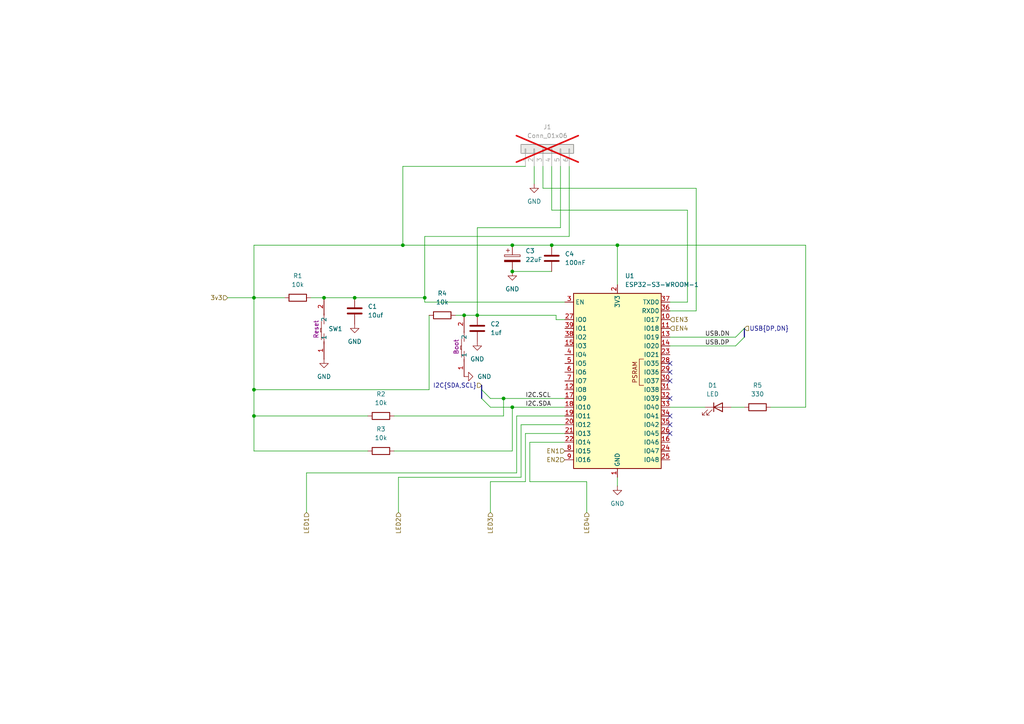
<source format=kicad_sch>
(kicad_sch (version 20250114) (generator "eeschema") (generator_version "9.0")
  (paper "A4")
  (lib_symbols
    (symbol "B3U-1000P_1"
      (property "Reference" "SW" (at -0.508 5.08 0))
      (property "Label" "Button" (at -0.254 2.286 0))
      (symbol "B3U-1000P_1_0_1"
        (polyline (pts (xy -4.57 0) (xy -1.52 0)))
        (polyline (pts (xy -3.3 0.76) (xy 2.03 0.76)))
        (polyline (pts (xy -1.02 0.76) (xy -1.02 1.02) (xy 0 1.02) (xy 0 0.76)))
        (polyline (pts (xy 1.27 0) (xy 4.32 0)))
        (pin unspecified line (at -8.89 0 0) (length 5.08) (name "1") (number "1"))
        (pin unspecified line (at 8.89 0 180) (length 5.08) (name "2") (number "2"))
      )
    )
    (symbol "Connector_Generic:Conn_01x06" (pin_names (offset 1.016) (hide yes))
      (property "Reference" "J" (at 0 7.62 0))
      (property "Value" "Conn_01x06" (at 0 -10.16 0))
      (symbol "Conn_01x06_1_1"
        (rectangle (start -1.27 6.35) (end 1.27 -8.89) (stroke (width 0.254)) (fill (type background)))
        (rectangle (start -1.27 5.207) (end 0 4.953) (stroke (width 0.1524)))
        (rectangle (start -1.27 2.667) (end 0 2.413) (stroke (width 0.1524)))
        (rectangle (start -1.27 0.127) (end 0 -0.127) (stroke (width 0.1524)))
        (rectangle (start -1.27 -2.413) (end 0 -2.667) (stroke (width 0.1524)))
        (rectangle (start -1.27 -4.953) (end 0 -5.207) (stroke (width 0.1524)))
        (rectangle (start -1.27 -7.493) (end 0 -7.747) (stroke (width 0.1524)))
        (pin passive line (at -5.08 5.08 0) (length 3.81) (name "Pin_1") (number "1"))
        (pin passive line (at -5.08 2.54 0) (length 3.81) (name "Pin_2") (number "2"))
        (pin passive line (at -5.08 0 0) (length 3.81) (name "Pin_3") (number "3"))
        (pin passive line (at -5.08 -2.54 0) (length 3.81) (name "Pin_4") (number "4"))
        (pin passive line (at -5.08 -5.08 0) (length 3.81) (name "Pin_5") (number "5"))
        (pin passive line (at -5.08 -7.62 0) (length 3.81) (name "Pin_6") (number "6"))
      )
    )
    (symbol "Device:C" (pin_numbers (hide yes)) (pin_names (offset 0.254))
      (property "Reference" "C" (at 0.635 2.54 0))
      (property "Value" "C" (at 0.635 -2.54 0))
      (symbol "C_0_1"
        (polyline (pts (xy -2.032 0.762) (xy 2.032 0.762)) (stroke (width 0.508)))
        (polyline (pts (xy -2.032 -0.762) (xy 2.032 -0.762)) (stroke (width 0.508)))
      )
      (symbol "C_1_1"
        (pin passive line (at 0 3.81 270) (length 2.794) (name "~") (number "1"))
        (pin passive line (at 0 -3.81 90) (length 2.794) (name "~") (number "2"))
      )
    )
    (symbol "Device:C_Polarized" (pin_numbers (hide yes)) (pin_names (offset 0.254))
      (property "Reference" "C" (at 0.635 2.54 0))
      (property "Value" "C_Polarized" (at 0.635 -2.54 0))
      (symbol "C_Polarized_0_1"
        (rectangle (start -2.286 0.508) (end 2.286 1.016))
        (polyline (pts (xy -1.778 2.286) (xy -0.762 2.286)))
        (polyline (pts (xy -1.27 2.794) (xy -1.27 1.778)))
        (rectangle (start 2.286 -0.508) (end -2.286 -1.016) (fill (type outline)))
      )
      (symbol "C_Polarized_1_1"
        (pin passive line (at 0 3.81 270) (length 2.794) (name "~") (number "1"))
        (pin passive line (at 0 -3.81 90) (length 2.794) (name "~") (number "2"))
      )
    )
    (symbol "Device:LED" (pin_numbers (hide yes)) (pin_names (offset 1.016) (hide yes))
      (property "Reference" "D" (at 0 2.54 0))
      (property "Value" "LED" (at 0 -2.54 0))
      (symbol "LED_0_1"
        (polyline (pts (xy -3.048 -0.762) (xy -4.572 -2.286) (xy -3.81 -2.286) (xy -4.572 -2.286) (xy -4.572 -1.524)))
        (polyline (pts (xy -1.778 -0.762) (xy -3.302 -2.286) (xy -2.54 -2.286) (xy -3.302 -2.286) (xy -3.302 -1.524)))
        (polyline (pts (xy -1.27 0) (xy 1.27 0)))
        (polyline (pts (xy -1.27 -1.27) (xy -1.27 1.27)) (stroke (width 0.254)))
        (polyline (pts (xy 1.27 -1.27) (xy 1.27 1.27) (xy -1.27 0) (xy 1.27 -1.27)) (stroke (width 0.254)))
      )
      (symbol "LED_1_1"
        (pin passive line (at -3.81 0 0) (length 2.54) (name "K") (number "1"))
        (pin passive line (at 3.81 0 180) (length 2.54) (name "A") (number "2"))
      )
    )
    (symbol "Device:R" (pin_numbers (hide yes)) (pin_names (offset 0))
      (property "Reference" "R" (at 2.032 0 90))
      (property "Value" "R" (at 0 0 90))
      (symbol "R_0_1"
        (rectangle (start -1.016 -2.54) (end 1.016 2.54) (stroke (width 0.254)))
      )
      (symbol "R_1_1"
        (pin passive line (at 0 3.81 270) (length 1.27) (name "~") (number "1"))
        (pin passive line (at 0 -3.81 90) (length 1.27) (name "~") (number "2"))
      )
    )
    (symbol "RF_Module:ESP32-S3-WROOM-1"
      (property "Reference" "U" (at -12.7 26.67 0))
      (property "Value" "ESP32-S3-WROOM-1" (at 12.7 26.67 0))
      (symbol "ESP32-S3-WROOM-1_0_0"
        (rectangle (start -12.7 25.4) (end 12.7 -25.4) (stroke (width 0.254)) (fill (type background)))
        (text "PSRAM" (at 5.08 2.54 900) (effects (font (size 1.27 1.27))))
      )
      (symbol "ESP32-S3-WROOM-1_0_1"
        (polyline (pts (xy 7.62 -1.27) (xy 6.35 -1.27) (xy 6.35 6.35) (xy 7.62 6.35)))
      )
      (symbol "ESP32-S3-WROOM-1_1_1"
        (pin input line (at -15.24 22.86 0) (length 2.54) (name "EN") (number "3"))
        (pin bidirectional line (at -15.24 17.78 0) (length 2.54) (name "IO0") (number "27"))
        (pin bidirectional line (at -15.24 15.24 0) (length 2.54) (name "IO1") (number "39"))
        (pin bidirectional line (at -15.24 12.7 0) (length 2.54) (name "IO2") (number "38"))
        (pin bidirectional line (at -15.24 10.16 0) (length 2.54) (name "IO3") (number "15"))
        (pin bidirectional line (at -15.24 7.62 0) (length 2.54) (name "IO4") (number "4"))
        (pin bidirectional line (at -15.24 5.08 0) (length 2.54) (name "IO5") (number "5"))
        (pin bidirectional line (at -15.24 2.54 0) (length 2.54) (name "IO6") (number "6"))
        (pin bidirectional line (at -15.24 0 0) (length 2.54) (name "IO7") (number "7"))
        (pin bidirectional line (at -15.24 -2.54 0) (length 2.54) (name "IO8") (number "12"))
        (pin bidirectional line (at -15.24 -5.08 0) (length 2.54) (name "IO9") (number "17"))
        (pin bidirectional line (at -15.24 -7.62 0) (length 2.54) (name "IO10") (number "18"))
        (pin bidirectional line (at -15.24 -10.16 0) (length 2.54) (name "IO11") (number "19"))
        (pin bidirectional line (at -15.24 -12.7 0) (length 2.54) (name "IO12") (number "20"))
        (pin bidirectional line (at -15.24 -15.24 0) (length 2.54) (name "IO13") (number "21"))
        (pin bidirectional line (at -15.24 -17.78 0) (length 2.54) (name "IO14") (number "22"))
        (pin bidirectional line (at -15.24 -20.32 0) (length 2.54) (name "IO15") (number "8"))
        (pin bidirectional line (at -15.24 -22.86 0) (length 2.54) (name "IO16") (number "9"))
        (pin power_in line (at 0 27.94 270) (length 2.54) (name "3V3") (number "2"))
        (pin power_in line (at 0 -27.94 90) (length 2.54) (name "GND") (number "1"))
        (pin passive line (at 0 -27.94 90) (length 2.54) (hide yes) (name "GND") (number "40"))
        (pin passive line (at 0 -27.94 90) (length 2.54) (hide yes) (name "GND") (number "41"))
        (pin bidirectional line (at 15.24 22.86 180) (length 2.54) (name "TXD0") (number "37"))
        (pin bidirectional line (at 15.24 20.32 180) (length 2.54) (name "RXD0") (number "36"))
        (pin bidirectional line (at 15.24 17.78 180) (length 2.54) (name "IO17") (number "10"))
        (pin bidirectional line (at 15.24 15.24 180) (length 2.54) (name "IO18") (number "11"))
        (pin bidirectional line (at 15.24 12.7 180) (length 2.54) (name "IO19") (number "13"))
        (pin bidirectional line (at 15.24 10.16 180) (length 2.54) (name "IO20") (number "14"))
        (pin bidirectional line (at 15.24 7.62 180) (length 2.54) (name "IO21") (number "23"))
        (pin bidirectional line (at 15.24 5.08 180) (length 2.54) (name "IO35") (number "28"))
        (pin bidirectional line (at 15.24 2.54 180) (length 2.54) (name "IO36") (number "29"))
        (pin bidirectional line (at 15.24 0 180) (length 2.54) (name "IO37") (number "30"))
        (pin bidirectional line (at 15.24 -2.54 180) (length 2.54) (name "IO38") (number "31"))
        (pin bidirectional line (at 15.24 -5.08 180) (length 2.54) (name "IO39") (number "32"))
        (pin bidirectional line (at 15.24 -7.62 180) (length 2.54) (name "IO40") (number "33"))
        (pin bidirectional line (at 15.24 -10.16 180) (length 2.54) (name "IO41") (number "34"))
        (pin bidirectional line (at 15.24 -12.7 180) (length 2.54) (name "IO42") (number "35"))
        (pin bidirectional line (at 15.24 -15.24 180) (length 2.54) (name "IO45") (number "26"))
        (pin bidirectional line (at 15.24 -17.78 180) (length 2.54) (name "IO46") (number "16"))
        (pin bidirectional line (at 15.24 -20.32 180) (length 2.54) (name "IO47") (number "24"))
        (pin bidirectional line (at 15.24 -22.86 180) (length 2.54) (name "IO48") (number "25"))
      )
    )
    (symbol "easyeda2kicad:B3U-1000P"
      (property "Reference" "SW" (at -0.508 5.08 0))
      (property "Label" "Button" (at -0.254 2.286 0))
      (symbol "B3U-1000P_0_1"
        (polyline (pts (xy -4.57 0) (xy -1.52 0)))
        (polyline (pts (xy -3.3 0.76) (xy 2.03 0.76)))
        (polyline (pts (xy -1.02 0.76) (xy -1.02 1.02) (xy 0 1.02) (xy 0 0.76)))
        (polyline (pts (xy 1.27 0) (xy 4.32 0)))
        (pin unspecified line (at -8.89 0 0) (length 5.08) (name "1") (number "1"))
        (pin unspecified line (at 8.89 0 180) (length 5.08) (name "2") (number "2"))
      )
    )
    (symbol "power:GND" (power) (pin_numbers (hide yes)) (pin_names (offset 0) (hide yes))
      (property "Value" "GND" (at 0 -3.81 0))
      (symbol "GND_0_1"
        (polyline (pts (xy 0 0) (xy 0 -1.27) (xy 1.27 -1.27) (xy 0 -2.54) (xy -1.27 -1.27) (xy 0 -1.27)))
      )
      (symbol "GND_1_1"
        (pin power_in line (at 0 0 270) (length 0) (name "~") (number "1"))
      )
    )
  )
  (junction (at 148.59 78.74))
  (junction (at 148.59 71.12))
  (junction (at 73.66 86.36))
  (junction (at 102.87 86.36))
  (junction (at 160.02 71.12))
  (junction (at 116.84 71.12))
  (junction (at 123.19 86.36))
  (junction (at 138.43 91.44))
  (junction (at 179.07 71.12))
  (junction (at 148.59 118.11))
  (junction (at 73.66 120.65))
  (junction (at 73.66 113.03))
  (junction (at 134.62 91.44))
  (junction (at 146.05 115.57))
  (junction (at 93.98 86.36))
  (no_connect (at 194.31 107.95))
  (no_connect (at 194.31 125.73))
  (no_connect (at 194.31 120.65))
  (no_connect (at 194.31 115.57))
  (no_connect (at 194.31 123.19))
  (no_connect (at 194.31 110.49))
  (no_connect (at 194.31 105.41))
  (bus_entry (at 215.9 97.79) (size -2.54 2.54))
  (bus_entry (at 139.7 115.57) (size 2.54 2.54))
  (bus_entry (at 215.9 95.25) (size -2.54 2.54))
  (bus_entry (at 139.7 113.03) (size 2.54 2.54))
  (wire (pts (xy 179.07 71.12) (xy 179.07 82.55)))
  (wire (pts (xy 162.56 48.26) (xy 162.56 66.04)))
  (wire (pts (xy 212.09 118.11) (xy 215.9 118.11)))
  (wire (pts (xy 93.98 86.36) (xy 102.87 86.36)))
  (wire (pts (xy 160.02 48.26) (xy 160.02 60.96)))
  (wire (pts (xy 114.3 120.65) (xy 146.05 120.65)))
  (wire (pts (xy 162.56 66.04) (xy 138.43 66.04)))
  (wire (pts (xy 148.59 78.74) (xy 160.02 78.74)))
  (wire (pts (xy 115.57 138.43) (xy 115.57 148.59)))
  (wire (pts (xy 165.1 68.58) (xy 123.19 68.58)))
  (wire (pts (xy 149.86 137.16) (xy 88.9 137.16)))
  (wire (pts (xy 161.29 92.71) (xy 161.29 91.44)))
  (wire (pts (xy 154.94 48.26) (xy 154.94 53.34)))
  (wire (pts (xy 116.84 48.26) (xy 116.84 71.12)))
  (wire (pts (xy 157.48 48.26) (xy 157.48 54.61)))
  (wire (pts (xy 73.66 113.03) (xy 73.66 86.36)))
  (wire (pts (xy 153.67 128.27) (xy 153.67 139.7)))
  (wire (pts (xy 142.24 118.11) (xy 148.59 118.11)))
  (wire (pts (xy 160.02 60.96) (xy 199.39 60.96)))
  (wire (pts (xy 73.66 130.81) (xy 73.66 120.65)))
  (wire (pts (xy 73.66 86.36) (xy 82.55 86.36)))
  (wire (pts (xy 102.87 86.36) (xy 123.19 86.36)))
  (wire (pts (xy 132.08 91.44) (xy 134.62 91.44)))
  (wire (pts (xy 106.68 130.81) (xy 73.66 130.81)))
  (wire (pts (xy 163.83 120.65) (xy 149.86 120.65)))
  (wire (pts (xy 157.48 54.61) (xy 201.93 54.61)))
  (wire (pts (xy 194.31 97.79) (xy 213.36 97.79)))
  (wire (pts (xy 163.83 123.19) (xy 151.13 123.19)))
  (wire (pts (xy 123.19 87.63) (xy 163.83 87.63)))
  (wire (pts (xy 123.19 68.58) (xy 123.19 86.36)))
  (wire (pts (xy 124.46 91.44) (xy 124.46 113.03)))
  (wire (pts (xy 116.84 71.12) (xy 148.59 71.12)))
  (wire (pts (xy 88.9 137.16) (xy 88.9 148.59)))
  (wire (pts (xy 233.68 71.12) (xy 179.07 71.12)))
  (wire (pts (xy 148.59 118.11) (xy 148.59 130.81)))
  (wire (pts (xy 142.24 139.7) (xy 142.24 148.59)))
  (wire (pts (xy 66.04 86.36) (xy 73.66 86.36)))
  (wire (pts (xy 199.39 87.63) (xy 194.31 87.63)))
  (wire (pts (xy 146.05 115.57) (xy 163.83 115.57)))
  (wire (pts (xy 73.66 71.12) (xy 116.84 71.12)))
  (wire (pts (xy 148.59 118.11) (xy 163.83 118.11)))
  (wire (pts (xy 146.05 115.57) (xy 146.05 120.65)))
  (wire (pts (xy 163.83 125.73) (xy 152.4 125.73)))
  (wire (pts (xy 134.62 91.44) (xy 138.43 91.44)))
  (wire (pts (xy 163.83 128.27) (xy 153.67 128.27)))
  (wire (pts (xy 106.68 120.65) (xy 73.66 120.65)))
  (wire (pts (xy 152.4 139.7) (xy 142.24 139.7)))
  (wire (pts (xy 194.31 118.11) (xy 204.47 118.11)))
  (wire (pts (xy 179.07 138.43) (xy 179.07 140.97)))
  (wire (pts (xy 73.66 71.12) (xy 73.66 86.36)))
  (wire (pts (xy 114.3 130.81) (xy 148.59 130.81)))
  (wire (pts (xy 151.13 138.43) (xy 115.57 138.43)))
  (wire (pts (xy 161.29 92.71) (xy 163.83 92.71)))
  (wire (pts (xy 160.02 71.12) (xy 179.07 71.12)))
  (wire (pts (xy 233.68 118.11) (xy 233.68 71.12)))
  (wire (pts (xy 165.1 48.26) (xy 165.1 68.58)))
  (wire (pts (xy 201.93 90.17) (xy 194.31 90.17)))
  (wire (pts (xy 152.4 125.73) (xy 152.4 139.7)))
  (wire (pts (xy 223.52 118.11) (xy 233.68 118.11)))
  (wire (pts (xy 151.13 123.19) (xy 151.13 138.43)))
  (wire (pts (xy 73.66 120.65) (xy 73.66 113.03)))
  (wire (pts (xy 124.46 113.03) (xy 73.66 113.03)))
  (wire (pts (xy 161.29 91.44) (xy 138.43 91.44)))
  (wire (pts (xy 123.19 87.63) (xy 123.19 86.36)))
  (bus (pts (xy 215.9 95.25) (xy 215.9 97.79)))
  (wire (pts (xy 142.24 115.57) (xy 146.05 115.57)))
  (bus (pts (xy 139.7 111.76) (xy 139.7 113.03)))
  (wire (pts (xy 194.31 100.33) (xy 213.36 100.33)))
  (wire (pts (xy 199.39 60.96) (xy 199.39 87.63)))
  (wire (pts (xy 153.67 139.7) (xy 170.18 139.7)))
  (wire (pts (xy 138.43 66.04) (xy 138.43 91.44)))
  (wire (pts (xy 90.17 86.36) (xy 93.98 86.36)))
  (wire (pts (xy 152.4 48.26) (xy 116.84 48.26)))
  (bus (pts (xy 139.7 113.03) (xy 139.7 115.57)))
  (wire (pts (xy 170.18 139.7) (xy 170.18 148.59)))
  (wire (pts (xy 201.93 54.61) (xy 201.93 90.17)))
  (wire (pts (xy 149.86 120.65) (xy 149.86 137.16)))
  (wire (pts (xy 148.59 71.12) (xy 160.02 71.12)))
  (label "USB.DP" (at 204.47 100.33 0))
  (label "I2C.SDA" (at 152.4 118.11 0))
  (label "USB.DN" (at 204.47 97.79 0))
  (label "I2C.SCL" (at 152.4 115.57 0))
  (hierarchical_label "LED4" (shape input) (at 170.18 148.59 270))
  (hierarchical_label "LED1" (shape input) (at 88.9 148.59 270))
  (hierarchical_label "EN1" (shape input) (at 163.83 130.81 180))
  (hierarchical_label "I2C{SDA,SCL}" (shape input) (at 139.7 111.76 180))
  (hierarchical_label "3v3" (shape input) (at 66.04 86.36 180))
  (hierarchical_label "USB{DP,DN}" (shape input) (at 215.9 95.25 0))
  (hierarchical_label "LED2" (shape input) (at 115.57 148.59 270))
  (hierarchical_label "EN4" (shape input) (at 194.31 95.25 0))
  (hierarchical_label "LED3" (shape input) (at 142.24 148.59 270))
  (hierarchical_label "EN3" (shape input) (at 194.31 92.71 0))
  (hierarchical_label "EN2" (shape input) (at 163.83 133.35 180))
  (symbol (lib_id "easyeda2kicad:B3U-1000P") (at 134.62 100.33 90) (unit 1)
    (property "Reference" "SW2" (effects (hide yes)))
    (property "Value" "KEY-SMD_B3U-1000PM" (effects (hide yes)))
    (property "Footprint" "easyeda2kicad:KEY-SMD_B3U-1000PM" (effects (hide yes)))
    (property "Datasheet" "https://lcsc.com/product-detail/Others_Omron-Electronics_B3U-1000P_Omron-Electronics-B3U-1000P_C231329.html" (effects (hide yes)))
    (property "Description" "Boot" (effects (hide yes)))
    (property "LCSC Part" "C231329" (effects (hide yes)))
    (property "Label" "Boot" (at 132.334 100.584 0))
  )
  (symbol (lib_id "Device:R") (at 110.49 120.65 90) (unit 1)
    (property "Reference" "R2" (at 110.49 114.3 90))
    (property "Value" "10k" (at 110.49 116.84 90))
    (property "Footprint" "Resistor_SMD:R_0603_1608Metric" (effects (hide yes)))
    (property "Description" "Resistor" (effects (hide yes)))
  )
  (symbol (lib_id "power:GND") (at 179.07 140.97 0) (unit 1)
    (property "Reference" "#PWR011" (effects (hide yes)))
    (property "Value" "GND" (at 179.07 146.05 0))
    (property "Description" "Power symbol creates a global label with name \"GND\" , ground" (effects (hide yes)))
  )
  (symbol (lib_id "power:GND") (at 93.98 104.14 0) (unit 1)
    (property "Reference" "#PWR05" (effects (hide yes)))
    (property "Value" "GND" (at 93.98 109.22 0))
    (property "Description" "Power symbol creates a global label with name \"GND\" , ground" (effects (hide yes)))
  )
  (symbol (lib_id "power:GND") (at 138.43 99.06 0) (unit 1)
    (property "Reference" "#PWR08" (effects (hide yes)))
    (property "Value" "GND" (at 138.43 104.14 0))
    (property "Description" "Power symbol creates a global label with name \"GND\" , ground" (effects (hide yes)))
  )
  (symbol (lib_id "Device:C") (at 160.02 74.93 0) (unit 1)
    (property "Reference" "C4" (at 163.83 73.6599 0) (effects (justify left)))
    (property "Value" "100nF" (at 163.83 76.1999 0) (effects (justify left)))
    (property "Footprint" "Capacitor_SMD:C_0603_1608Metric" (effects (hide yes)))
    (property "Description" "Unpolarized capacitor" (effects (hide yes)))
  )
  (symbol (lib_id "power:GND") (at 134.62 109.22 90) (unit 1)
    (property "Reference" "#PWR07" (effects (hide yes)))
    (property "Value" "GND" (at 138.43 109.2199 90) (effects (justify right)))
    (property "Description" "Power symbol creates a global label with name \"GND\" , ground" (effects (hide yes)))
  )
  (symbol (lib_id "power:GND") (at 154.94 53.34 0) (unit 1)
    (property "Reference" "#PWR010" (effects (hide yes)))
    (property "Value" "GND" (at 154.94 58.42 0))
    (property "Description" "Power symbol creates a global label with name \"GND\" , ground" (effects (hide yes)))
  )
  (symbol (lib_id "Device:R") (at 110.49 130.81 90) (unit 1)
    (property "Reference" "R3" (at 110.49 124.46 90))
    (property "Value" "10k" (at 110.49 127 90))
    (property "Footprint" "Resistor_SMD:R_0603_1608Metric" (effects (hide yes)))
    (property "Description" "Resistor" (effects (hide yes)))
  )
  (symbol (lib_id "power:GND") (at 102.87 93.98 0) (unit 1)
    (property "Reference" "#PWR06" (effects (hide yes)))
    (property "Value" "GND" (at 102.87 99.06 0))
    (property "Description" "Power symbol creates a global label with name \"GND\" , ground" (effects (hide yes)))
  )
  (symbol (lib_id "RF_Module:ESP32-S3-WROOM-1") (at 179.07 110.49 0) (unit 1)
    (property "Reference" "U1" (at 181.2641 80.01 0) (effects (justify left)))
    (property "Value" "ESP32-S3-WROOM-1" (at 181.2641 82.55 0) (effects (justify left)))
    (property "Footprint" "RF_Module:ESP32-S3-WROOM-1" (effects (hide yes)))
    (property "Datasheet" "https://www.espressif.com/sites/default/files/documentation/esp32-s3-wroom-1_wroom-1u_datasheet_en.pdf" (effects (hide yes)))
    (property "Description" "RF Module, ESP32-S3 SoC, Wi-Fi 802.11b/g/n, Bluetooth, BLE, 32-bit, 3.3V, onboard antenna, SMD" (effects (hide yes)))
  )
  (symbol (lib_id "power:GND") (at 148.59 78.74 0) (unit 1)
    (property "Reference" "#PWR09" (effects (hide yes)))
    (property "Value" "GND" (at 148.59 83.82 0))
    (property "Description" "Power symbol creates a global label with name \"GND\" , ground" (effects (hide yes)))
  )
  (symbol (lib_id "Device:LED") (at 208.28 118.11 0) (unit 1)
    (property "Reference" "D1" (at 206.6925 111.76 0))
    (property "Value" "LED" (at 206.6925 114.3 0))
    (property "Footprint" "LED_SMD:LED_0603_1608Metric" (effects (hide yes)))
    (property "Description" "Light emitting diode" (effects (hide yes)))
    (property "Sim.Pins" "1=K 2=A" (effects (hide yes)))
    (property "LCSC Part" "C2290" (effects (hide yes)))
  )
  (symbol (lib_id "Device:R") (at 219.71 118.11 90) (unit 1)
    (property "Reference" "R5" (at 219.71 111.76 90))
    (property "Value" "330" (at 219.71 114.3 90))
    (property "Footprint" "Resistor_SMD:R_0603_1608Metric" (effects (hide yes)))
    (property "Description" "Resistor" (effects (hide yes)))
  )
  (symbol (lib_id "Device:C") (at 138.43 95.25 0) (unit 1)
    (property "Reference" "C2" (at 142.24 93.9799 0) (effects (justify left)))
    (property "Value" "1uf" (at 142.24 96.5199 0) (effects (justify left)))
    (property "Footprint" "Capacitor_SMD:C_0603_1608Metric" (effects (hide yes)))
    (property "Description" "Unpolarized capacitor" (effects (hide yes)))
  )
  (symbol (lib_id "Device:C") (at 102.87 90.17 0) (unit 1)
    (property "Reference" "C1" (at 106.68 88.8999 0) (effects (justify left)))
    (property "Value" "10uf" (at 106.68 91.4399 0) (effects (justify left)))
    (property "Footprint" "Capacitor_SMD:C_0603_1608Metric" (effects (hide yes)))
    (property "Description" "Unpolarized capacitor" (effects (hide yes)))
  )
  (symbol (lib_id "Device:R") (at 86.36 86.36 90) (unit 1)
    (property "Reference" "R1" (at 86.36 80.01 90))
    (property "Value" "10k" (at 86.36 82.55 90))
    (property "Footprint" "Resistor_SMD:R_0603_1608Metric" (effects (hide yes)))
    (property "Description" "Resistor" (effects (hide yes)))
  )
  (symbol (lib_id "Connector_Generic:Conn_01x06") (at 157.48 43.18 90) (unit 1) (in_bom no) (dnp yes)
    (property "Reference" "J1" (at 158.75 36.83 90))
    (property "Value" "Conn_01x06" (at 158.75 39.37 90))
    (property "Footprint" "Connector_PinHeader_2.54mm:PinHeader_1x06_P2.54mm_Vertical" (effects (hide yes)))
    (property "Description" "Generic connector, single row, 01x06, script generated (kicad-library-utils/schlib/autogen/connector/)" (effects (hide yes)))
  )
  (symbol (lib_name "B3U-1000P_1") (lib_id "easyeda2kicad:B3U-1000P") (at 93.98 95.25 90) (unit 1)
    (property "Reference" "SW1" (at 95.25 95.3749 90) (effects (justify right)))
    (property "Value" "KEY-SMD_B3U-1000PM" (effects (hide yes)))
    (property "Footprint" "easyeda2kicad:KEY-SMD_B3U-1000PM" (effects (hide yes)))
    (property "Datasheet" "https://lcsc.com/product-detail/Others_Omron-Electronics_B3U-1000P_Omron-Electronics-B3U-1000P_C231329.html" (effects (hide yes)))
    (property "Description" "Reset" (effects (hide yes)))
    (property "LCSC Part" "C231329" (effects (hide yes)))
    (property "Field6" "Reset" (effects (hide yes)))
    (property "Label" "Reset" (at 91.694 95.504 0))
  )
  (symbol (lib_id "Device:R") (at 128.27 91.44 90) (unit 1)
    (property "Reference" "R4" (at 128.27 85.09 90))
    (property "Value" "10k" (at 128.27 87.63 90))
    (property "Footprint" "Resistor_SMD:R_0603_1608Metric" (effects (hide yes)))
    (property "Description" "Resistor" (effects (hide yes)))
  )
  (symbol (lib_id "Device:C_Polarized") (at 148.59 74.93 0) (unit 1)
    (property "Reference" "C3" (at 152.4 72.7709 0) (effects (justify left)))
    (property "Value" "22uF" (at 152.4 75.3109 0) (effects (justify left)))
    (property "Footprint" "Capacitor_SMD:C_Elec_5x5.8" (effects (hide yes)))
    (property "Description" "Polarized capacitor" (effects (hide yes)))
    (property "LCSC Part" "C336246" (effects (hide yes)))
  )
)
</source>
